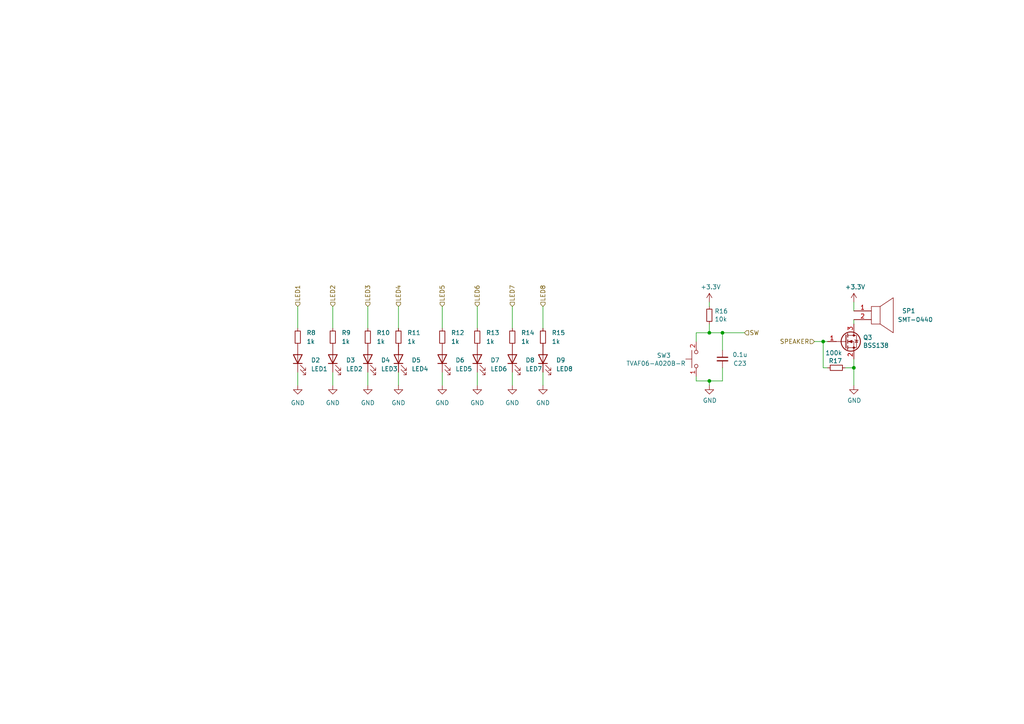
<source format=kicad_sch>
(kicad_sch (version 20211123) (generator eeschema)
  (paper "A4")
  (lib_symbols
    (symbol "Device:C_Small" (pin_numbers hide) (pin_names (offset 0.254) hide)
      (property "Reference" "C" (at 0.254 1.778 0))
      (property "Value" "C_Small" (at 0.254 -2.032 0))
      (symbol "C_Small_0_1"
        (polyline (pts (xy -1.524 -0.508) (xy 1.524 -0.508)) (stroke (width 0.3302)))
        (polyline (pts (xy -1.524 0.508) (xy 1.524 0.508)) (stroke (width 0.3048)))
      )
      (symbol "C_Small_1_1"
        (pin passive line (at 0 2.54 270) (length 2.032) (name "~") (number "1"))
        (pin passive line (at 0 -2.54 90) (length 2.032) (name "~") (number "2"))
      )
    )
    (symbol "Device:LED" (pin_numbers hide) (pin_names (offset 1.016) hide)
      (property "Reference" "D" (at 0 2.54 0))
      (property "Value" "LED" (at 0 -2.54 0))
      (symbol "LED_0_1"
        (polyline (pts (xy -1.27 -1.27) (xy -1.27 1.27)) (stroke (width 0.254)))
        (polyline (pts (xy -1.27 0) (xy 1.27 0)))
        (polyline (pts (xy 1.27 -1.27) (xy 1.27 1.27) (xy -1.27 0) (xy 1.27 -1.27)) (stroke (width 0.254)))
        (polyline (pts (xy -3.048 -0.762) (xy -4.572 -2.286) (xy -3.81 -2.286) (xy -4.572 -2.286) (xy -4.572 -1.524)))
        (polyline (pts (xy -1.778 -0.762) (xy -3.302 -2.286) (xy -2.54 -2.286) (xy -3.302 -2.286) (xy -3.302 -1.524)))
      )
      (symbol "LED_1_1"
        (pin passive line (at -3.81 0 0) (length 2.54) (name "K") (number "1"))
        (pin passive line (at 3.81 0 180) (length 2.54) (name "A") (number "2"))
      )
    )
    (symbol "Device:R_Small" (pin_numbers hide) (pin_names (offset 0.254) hide)
      (property "Reference" "R" (at 0.762 0.508 0))
      (property "Value" "R_Small" (at 0.762 -1.016 0))
      (symbol "R_Small_0_1"
        (rectangle (start -0.762 1.778) (end 0.762 -1.778) (stroke (width 0.2032)))
      )
      (symbol "R_Small_1_1"
        (pin passive line (at 0 2.54 270) (length 0.762) (name "~") (number "1"))
        (pin passive line (at 0 -2.54 90) (length 0.762) (name "~") (number "2"))
      )
    )
    (symbol "My_Device:SKRPACE" (pin_names (offset 1.016))
      (property "Reference" "SW" (at 0 6.35 0))
      (property "Value" "My_Device_SKRPACE" (at 0 8.89 0))
      (symbol "SKRPACE_1_1"
        (circle (center -2.032 0) (radius 0.508))
        (polyline (pts (xy 0 1.27) (xy 0 3.048)))
        (polyline (pts (xy 2.54 1.27) (xy -2.54 1.27)))
        (circle (center 2.032 0) (radius 0.508))
        (pin passive line (at -5.08 0 0) (length 2.54) (name "~") (number "1"))
        (pin passive line (at 5.08 0 180) (length 2.54) (name "~") (number "2"))
      )
    )
    (symbol "My_Device:SMT-0440" (pin_names (offset 1.016))
      (property "Reference" "BUZ1" (at 3.81 5.08 0))
      (property "Value" "My_Device_SMT-0440" (at 3.81 -8.89 0))
      (symbol "SMT-0440_0_1"
        (polyline (pts (xy 2.54 0) (xy 6.35 2.54) (xy 6.35 -7.62) (xy 2.54 -5.08)))
        (rectangle (start 0 0) (end 2.54 -5.08))
      )
      (symbol "SMT-0440_1_1"
        (pin input line (at -5.08 -1.27 0) (length 5.08) (name "~") (number "1"))
        (pin input line (at -5.08 -3.81 0) (length 5.08) (name "~") (number "2"))
      )
    )
    (symbol "Transistor_FET:BSS138" (pin_names hide)
      (property "Reference" "Q" (at 5.08 1.905 0))
      (property "Value" "BSS138" (at 5.08 0 0))
      (symbol "BSS138_0_1"
        (polyline (pts (xy 0.254 0) (xy -2.54 0)))
        (polyline (pts (xy 0.254 1.905) (xy 0.254 -1.905)) (stroke (width 0.254)))
        (polyline (pts (xy 0.762 -1.27) (xy 0.762 -2.286)) (stroke (width 0.254)))
        (polyline (pts (xy 0.762 0.508) (xy 0.762 -0.508)) (stroke (width 0.254)))
        (polyline (pts (xy 0.762 2.286) (xy 0.762 1.27)) (stroke (width 0.254)))
        (polyline (pts (xy 2.54 2.54) (xy 2.54 1.778)))
        (polyline (pts (xy 2.54 -2.54) (xy 2.54 0) (xy 0.762 0)))
        (polyline (pts (xy 0.762 -1.778) (xy 3.302 -1.778) (xy 3.302 1.778) (xy 0.762 1.778)))
        (polyline (pts (xy 1.016 0) (xy 2.032 0.381) (xy 2.032 -0.381) (xy 1.016 0)) (fill (type outline)))
        (polyline (pts (xy 2.794 0.508) (xy 2.921 0.381) (xy 3.683 0.381) (xy 3.81 0.254)))
        (polyline (pts (xy 3.302 0.381) (xy 2.921 -0.254) (xy 3.683 -0.254) (xy 3.302 0.381)))
        (circle (center 1.651 0) (radius 2.794) (stroke (width 0.254)))
        (circle (center 2.54 -1.778) (radius 0.254) (fill (type outline)))
        (circle (center 2.54 1.778) (radius 0.254) (fill (type outline)))
      )
      (symbol "BSS138_1_1"
        (pin input line (at -5.08 0 0) (length 2.54) (name "G") (number "1"))
        (pin passive line (at 2.54 -5.08 90) (length 2.54) (name "S") (number "2"))
        (pin passive line (at 2.54 5.08 270) (length 2.54) (name "D") (number "3"))
      )
    )
    (symbol "power:+3.3V" (power) (pin_names (offset 0))
      (property "Value" "+3.3V" (at 0 3.556 0))
      (symbol "+3.3V_0_1"
        (polyline (pts (xy -0.762 1.27) (xy 0 2.54)))
        (polyline (pts (xy 0 0) (xy 0 2.54)))
        (polyline (pts (xy 0 2.54) (xy 0.762 1.27)))
      )
      (symbol "+3.3V_1_1"
        (pin power_in line (at 0 0 90) (length 0) hide (name "+3.3V") (number "1"))
      )
    )
    (symbol "power:GND" (power) (pin_names (offset 0))
      (property "Value" "GND" (at 0 -3.81 0))
      (symbol "GND_0_1"
        (polyline (pts (xy 0 0) (xy 0 -1.27) (xy 1.27 -1.27) (xy 0 -2.54) (xy -1.27 -1.27) (xy 0 -1.27)))
      )
      (symbol "GND_1_1"
        (pin power_in line (at 0 0 270) (length 0) hide (name "GND") (number "1"))
      )
    )
  )
  (junction (at 247.65 106.68))
  (junction (at 205.74 110.49))
  (junction (at 205.74 96.52))
  (junction (at 238.76 99.06))
  (junction (at 209.55 96.52))
  (wire (pts (xy 238.76 99.06) (xy 240.03 99.06)))
  (wire (pts (xy 148.59 88.9) (xy 148.59 95.25)))
  (wire (pts (xy 96.52 88.9) (xy 96.52 95.25)))
  (wire (pts (xy 86.36 88.9) (xy 86.36 95.25)))
  (wire (pts (xy 201.93 110.49) (xy 205.74 110.49)))
  (wire (pts (xy 157.48 88.9) (xy 157.48 95.25)))
  (wire (pts (xy 106.68 88.9) (xy 106.68 95.25)))
  (wire (pts (xy 86.36 107.95) (xy 86.36 111.76)))
  (wire (pts (xy 157.48 107.95) (xy 157.48 111.76)))
  (wire (pts (xy 205.74 88.9) (xy 205.74 87.63)))
  (wire (pts (xy 238.76 106.68) (xy 238.76 99.06)))
  (wire (pts (xy 247.65 104.14) (xy 247.65 106.68)))
  (wire (pts (xy 205.74 96.52) (xy 201.93 96.52)))
  (wire (pts (xy 247.65 87.63) (xy 247.65 90.17)))
  (wire (pts (xy 209.55 106.68) (xy 209.55 110.49)))
  (wire (pts (xy 209.55 96.52) (xy 215.9 96.52)))
  (wire (pts (xy 209.55 96.52) (xy 205.74 96.52)))
  (wire (pts (xy 115.57 107.95) (xy 115.57 111.76)))
  (wire (pts (xy 245.11 106.68) (xy 247.65 106.68)))
  (wire (pts (xy 205.74 110.49) (xy 209.55 110.49)))
  (wire (pts (xy 205.74 110.49) (xy 205.74 111.76)))
  (wire (pts (xy 106.68 107.95) (xy 106.68 111.76)))
  (wire (pts (xy 148.59 107.95) (xy 148.59 111.76)))
  (wire (pts (xy 115.57 88.9) (xy 115.57 95.25)))
  (wire (pts (xy 128.27 107.95) (xy 128.27 111.76)))
  (wire (pts (xy 240.03 106.68) (xy 238.76 106.68)))
  (wire (pts (xy 247.65 92.71) (xy 247.65 93.98)))
  (wire (pts (xy 201.93 109.22) (xy 201.93 110.49)))
  (wire (pts (xy 247.65 106.68) (xy 247.65 111.76)))
  (wire (pts (xy 138.43 88.9) (xy 138.43 95.25)))
  (wire (pts (xy 138.43 107.95) (xy 138.43 111.76)))
  (wire (pts (xy 205.74 93.98) (xy 205.74 96.52)))
  (wire (pts (xy 96.52 107.95) (xy 96.52 111.76)))
  (wire (pts (xy 236.22 99.06) (xy 238.76 99.06)))
  (wire (pts (xy 128.27 88.9) (xy 128.27 95.25)))
  (wire (pts (xy 201.93 96.52) (xy 201.93 99.06)))
  (wire (pts (xy 209.55 101.6) (xy 209.55 96.52)))
  (hierarchical_label "SPEAKER" (shape input) (at 236.22 99.06 180))
  (hierarchical_label "SW" (shape input) (at 215.9 96.52 0))
  (hierarchical_label "LED8" (shape input) (at 157.48 88.9 90))
  (hierarchical_label "LED3" (shape input) (at 106.68 88.9 90))
  (hierarchical_label "LED4" (shape input) (at 115.57 88.9 90))
  (hierarchical_label "LED5" (shape input) (at 128.27 88.9 90))
  (hierarchical_label "LED7" (shape input) (at 148.59 88.9 90))
  (hierarchical_label "LED6" (shape input) (at 138.43 88.9 90))
  (hierarchical_label "LED1" (shape input) (at 86.36 88.9 90))
  (hierarchical_label "LED2" (shape input) (at 96.52 88.9 90))
  (symbol (lib_id "Device:C_Small") (at 209.55 104.14 0) (unit 1)
    (property "Reference" "C23" (at 214.63 105.41 0))
    (property "Value" "0.1u" (at 214.63 102.87 0))
    (property "Footprint" "Capacitor_SMD:C_0201_0603Metric" (effects hide))
  )
  (symbol (lib_id "Device:R_Small") (at 205.74 91.44 0) (unit 1)
    (property "Reference" "R16" (at 207.2386 90.2716 0) (effects (justify left)))
    (property "Value" "10k" (at 207.2386 92.583 0) (effects (justify left)))
    (property "Footprint" "Resistor_SMD:R_0201_0603Metric" (effects hide))
  )
  (symbol (lib_id "power:GND") (at 128.27 111.76 0) (unit 1)
    (property "Reference" "#PWR051" (effects hide))
    (property "Value" "GND" (at 128.27 116.84 0))
  )
  (symbol (lib_id "Device:R_Small") (at 128.27 97.79 0) (unit 1)
    (property "Reference" "R12" (at 130.81 96.5199 0) (effects (justify left)))
    (property "Value" "1k" (at 130.81 99.0599 0) (effects (justify left)))
    (property "Footprint" "Resistor_SMD:R_0201_0603Metric" (effects hide))
  )
  (symbol (lib_id "Device:LED") (at 157.48 104.14 90) (unit 1)
    (property "Reference" "D9" (at 161.29 104.4574 90) (effects (justify right)))
    (property "Value" "LED8" (at 161.29 106.9974 90) (effects (justify right)))
    (property "Footprint" "LED_SMD:LED_0402_1005Metric" (effects hide))
  )
  (symbol (lib_id "Device:R_Small") (at 86.36 97.79 0) (unit 1)
    (property "Reference" "R8" (at 88.9 96.5199 0) (effects (justify left)))
    (property "Value" "1k" (at 88.9 99.0599 0) (effects (justify left)))
    (property "Footprint" "Resistor_SMD:R_0201_0603Metric" (effects hide))
  )
  (symbol (lib_id "power:GND") (at 148.59 111.76 0) (unit 1)
    (property "Reference" "#PWR053" (effects hide))
    (property "Value" "GND" (at 148.59 116.84 0))
  )
  (symbol (lib_id "power:+3.3V") (at 247.65 87.63 0) (unit 1)
    (property "Reference" "#PWR057" (effects hide))
    (property "Value" "+3.3V" (at 248.031 83.2358 0))
  )
  (symbol (lib_id "Device:LED") (at 128.27 104.14 90) (unit 1)
    (property "Reference" "D6" (at 132.08 104.4574 90) (effects (justify right)))
    (property "Value" "LED5" (at 132.08 106.9974 90) (effects (justify right)))
    (property "Footprint" "LED_SMD:LED_0402_1005Metric" (effects hide))
  )
  (symbol (lib_id "Device:R_Small") (at 242.57 106.68 90) (unit 1)
    (property "Reference" "R17" (at 244.2464 104.6734 90) (effects (justify left)))
    (property "Value" "100k" (at 244.2464 102.362 90) (effects (justify left)))
    (property "Footprint" "Resistor_SMD:R_0201_0603Metric" (effects hide))
  )
  (symbol (lib_id "Transistor_FET:BSS138") (at 245.11 99.06 0) (unit 1)
    (property "Reference" "Q3" (at 250.2916 97.8916 0) (effects (justify left)))
    (property "Value" "BSS138" (at 250.2916 100.203 0) (effects (justify left)))
    (property "Footprint" "Package_TO_SOT_SMD:SOT-23" (effects hide))
    (property "Datasheet" "https://www.onsemi.com/pub/Collateral/BSS138-D.PDF" (effects hide))
  )
  (symbol (lib_id "Device:LED") (at 115.57 104.14 90) (unit 1)
    (property "Reference" "D5" (at 119.38 104.4574 90) (effects (justify right)))
    (property "Value" "LED4" (at 119.38 106.9974 90) (effects (justify right)))
    (property "Footprint" "LED_SMD:LED_0402_1005Metric" (effects hide))
  )
  (symbol (lib_id "Device:LED") (at 86.36 104.14 90) (unit 1)
    (property "Reference" "D2" (at 90.17 104.4574 90) (effects (justify right)))
    (property "Value" "LED1" (at 90.17 106.9974 90) (effects (justify right)))
    (property "Footprint" "LED_SMD:LED_0402_1005Metric" (effects hide))
  )
  (symbol (lib_id "Device:LED") (at 138.43 104.14 90) (unit 1)
    (property "Reference" "D7" (at 142.24 104.4574 90) (effects (justify right)))
    (property "Value" "LED6" (at 142.24 106.9974 90) (effects (justify right)))
    (property "Footprint" "LED_SMD:LED_0402_1005Metric" (effects hide))
  )
  (symbol (lib_id "power:GND") (at 205.74 111.76 0) (unit 1)
    (property "Reference" "#PWR056" (effects hide))
    (property "Value" "GND" (at 205.867 116.1542 0))
  )
  (symbol (lib_id "Device:LED") (at 106.68 104.14 90) (unit 1)
    (property "Reference" "D4" (at 110.49 104.4574 90) (effects (justify right)))
    (property "Value" "LED3" (at 110.49 106.9974 90) (effects (justify right)))
    (property "Footprint" "LED_SMD:LED_0402_1005Metric" (effects hide))
  )
  (symbol (lib_id "Device:R_Small") (at 148.59 97.79 0) (unit 1)
    (property "Reference" "R14" (at 151.13 96.5199 0) (effects (justify left)))
    (property "Value" "1k" (at 151.13 99.0599 0) (effects (justify left)))
    (property "Footprint" "Resistor_SMD:R_0201_0603Metric" (effects hide))
  )
  (symbol (lib_id "Device:R_Small") (at 96.52 97.79 0) (unit 1)
    (property "Reference" "R9" (at 99.06 96.5199 0) (effects (justify left)))
    (property "Value" "1k" (at 99.06 99.0599 0) (effects (justify left)))
    (property "Footprint" "Resistor_SMD:R_0201_0603Metric" (effects hide))
  )
  (symbol (lib_id "power:GND") (at 138.43 111.76 0) (unit 1)
    (property "Reference" "#PWR052" (effects hide))
    (property "Value" "GND" (at 138.43 116.84 0))
  )
  (symbol (lib_id "Device:R_Small") (at 157.48 97.79 0) (unit 1)
    (property "Reference" "R15" (at 160.02 96.5199 0) (effects (justify left)))
    (property "Value" "1k" (at 160.02 99.0599 0) (effects (justify left)))
    (property "Footprint" "Resistor_SMD:R_0201_0603Metric" (effects hide))
  )
  (symbol (lib_id "Device:R_Small") (at 115.57 97.79 0) (unit 1)
    (property "Reference" "R11" (at 118.11 96.5199 0) (effects (justify left)))
    (property "Value" "1k" (at 118.11 99.0599 0) (effects (justify left)))
    (property "Footprint" "Resistor_SMD:R_0201_0603Metric" (effects hide))
  )
  (symbol (lib_id "Device:R_Small") (at 138.43 97.79 0) (unit 1)
    (property "Reference" "R13" (at 140.97 96.5199 0) (effects (justify left)))
    (property "Value" "1k" (at 140.97 99.0599 0) (effects (justify left)))
    (property "Footprint" "Resistor_SMD:R_0201_0603Metric" (effects hide))
  )
  (symbol (lib_id "power:GND") (at 96.52 111.76 0) (unit 1)
    (property "Reference" "#PWR048" (effects hide))
    (property "Value" "GND" (at 96.52 116.84 0))
  )
  (symbol (lib_id "Device:R_Small") (at 106.68 97.79 0) (unit 1)
    (property "Reference" "R10" (at 109.22 96.5199 0) (effects (justify left)))
    (property "Value" "1k" (at 109.22 99.0599 0) (effects (justify left)))
    (property "Footprint" "Resistor_SMD:R_0201_0603Metric" (effects hide))
  )
  (symbol (lib_id "power:GND") (at 106.68 111.76 0) (unit 1)
    (property "Reference" "#PWR049" (effects hide))
    (property "Value" "GND" (at 106.68 116.84 0))
  )
  (symbol (lib_id "power:GND") (at 157.48 111.76 0) (unit 1)
    (property "Reference" "#PWR054" (effects hide))
    (property "Value" "GND" (at 157.48 116.84 0))
  )
  (symbol (lib_id "My_Device:SKRPACE") (at 201.93 104.14 90) (unit 1)
    (property "Reference" "SW3" (at 190.5 103.0986 90) (effects (justify right)))
    (property "Value" "TVAF06-A020B-R" (at 181.61 105.41 90) (effects (justify right)))
    (property "Footprint" "half_mouse_lib:TVAF06-A020B-R" (effects hide))
  )
  (symbol (lib_id "power:GND") (at 247.65 111.76 0) (unit 1)
    (property "Reference" "#PWR058" (effects hide))
    (property "Value" "GND" (at 247.777 116.1542 0))
  )
  (symbol (lib_id "power:+3.3V") (at 205.74 87.63 0) (unit 1)
    (property "Reference" "#PWR055" (effects hide))
    (property "Value" "+3.3V" (at 206.121 83.2358 0))
  )
  (symbol (lib_id "Device:LED") (at 96.52 104.14 90) (unit 1)
    (property "Reference" "D3" (at 100.33 104.4574 90) (effects (justify right)))
    (property "Value" "LED2" (at 100.33 106.9974 90) (effects (justify right)))
    (property "Footprint" "LED_SMD:LED_0402_1005Metric" (effects hide))
  )
  (symbol (lib_id "power:GND") (at 115.57 111.76 0) (unit 1)
    (property "Reference" "#PWR050" (effects hide))
    (property "Value" "GND" (at 115.57 116.84 0))
  )
  (symbol (lib_id "power:GND") (at 86.36 111.76 0) (unit 1)
    (property "Reference" "#PWR047" (effects hide))
    (property "Value" "GND" (at 86.36 116.84 0))
  )
  (symbol (lib_id "My_Device:SMT-0440") (at 252.73 88.9 0) (unit 1)
    (property "Reference" "SP1" (at 261.62 90.17 0) (effects (justify left)))
    (property "Value" "SMT-0440" (at 260.35 92.71 0) (effects (justify left)))
    (property "Footprint" "omni:STM0440-T-R" (effects hide))
    (property "Datasheet" "https://www.puiaudio.com/media/SpecSheet/SMT-0440-T-R.pdf" (effects hide))
  )
  (symbol (lib_id "Device:LED") (at 148.59 104.14 90) (unit 1)
    (property "Reference" "D8" (at 152.4 104.4574 90) (effects (justify right)))
    (property "Value" "LED7" (at 152.4 106.9974 90) (effects (justify right)))
    (property "Footprint" "LED_SMD:LED_0402_1005Metric" (effects hide))
  )
)
</source>
